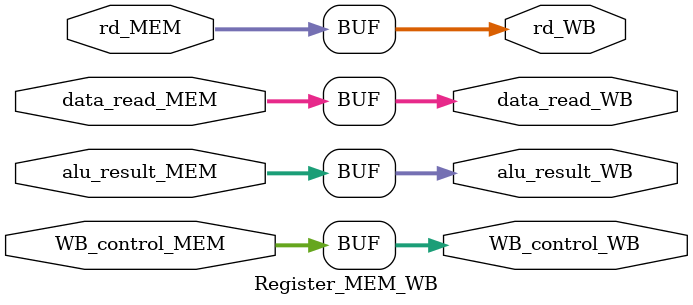
<source format=v>
module Register_MEM_WB
(
    input [1:0] WB_control_MEM,
    input [63:0] data_read_MEM,
    input [63:0] alu_result_MEM,
    input [63:0] rd_MEM,
    output reg [1:0] WB_control_WB,
    output reg [63:0] data_read_WB,
    output reg [63:0] alu_result_WB,
    output reg [63:0] rd_WB    
);

always @(*) begin
    WB_control_WB = WB_control_MEM;
    data_read_WB = data_read_MEM;
    alu_result_WB = alu_result_MEM;
    rd_WB = rd_MEM;
end

endmodule

</source>
